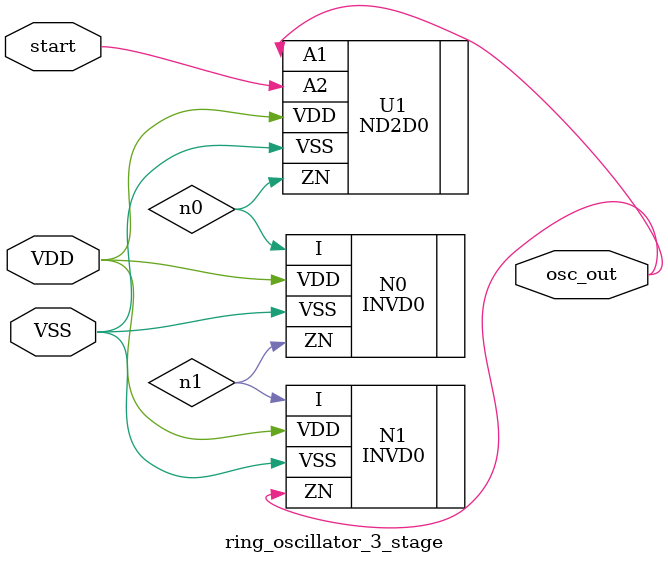
<source format=v>
/*
###############################################################
#  Generated by:      Cadence Innovus 16.12-s051_1
#  OS:                Linux x86_64(Host ID ecegrid-thin3.ecn.purdue.edu)
#  Generated on:      Mon Apr 20 18:01:33 2020
#  Design:            ring_oscillator_3_stage
#  Command:           saveNetlist /home/sparclab/a/ghosh69/march_20_tapeout/current_source_controller/logs/ring_oscillator_3_stage_power.gate.v -includepowerground -excludeLeafCell
###############################################################
*/
/////////////////////////////////////////////////////////////
// Created by: Synopsys DC Expert(TM) in wire load mode
// Version   : L-2016.03-SP2
// Date      : Sat Apr  4 22:41:04 2020
/////////////////////////////////////////////////////////////
module ring_oscillator_3_stage (
	start, 
	osc_out, 
	VDD, 
	VSS);
   input start;
   output osc_out;
   inout VDD;
   inout VSS;

   // Internal wires
   wire n0;
   wire n1;
   wire n2;

   // Module instantiations
   ND2D0 U1 (
	.A1(osc_out),
	.A2(start),
	.ZN(n0), 
	.VSS(VSS), 
	.VDD(VDD));
   INVD0 N0 (
	.I(n0),
	.ZN(n1), 
	.VSS(VSS), 
	.VDD(VDD));
   INVD0 N1 (
	.I(n1),
	.ZN(osc_out), 
	.VSS(VSS), 
	.VDD(VDD));
endmodule


</source>
